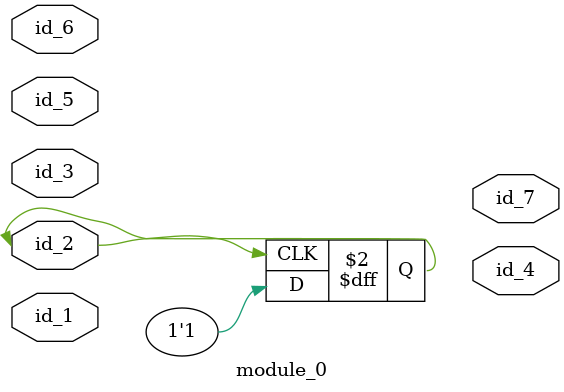
<source format=v>
`timescale 1ps / 1ps
module module_0 (
    id_1,
    id_2,
    id_3,
    id_4,
    id_5,
    id_6,
    id_7
);
  output id_7;
  input id_6;
  input id_5;
  output id_4;
  input id_3;
  inout id_2;
  input id_1;
  always @(posedge id_2) begin
    id_2 <= 1;
  end
endmodule

</source>
